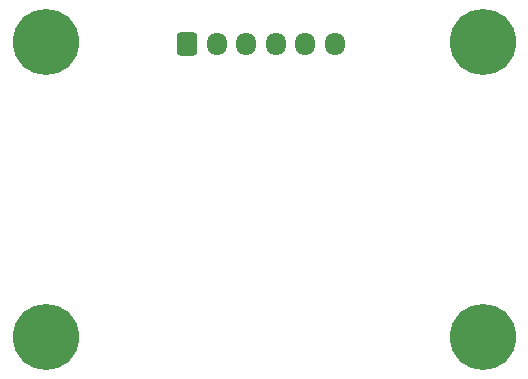
<source format=gbr>
%TF.GenerationSoftware,KiCad,Pcbnew,7.0.1*%
%TF.CreationDate,2023-04-13T11:59:35+02:00*%
%TF.ProjectId,PCBGYRO,50434247-5952-44f2-9e6b-696361645f70,rev?*%
%TF.SameCoordinates,Original*%
%TF.FileFunction,Soldermask,Bot*%
%TF.FilePolarity,Negative*%
%FSLAX46Y46*%
G04 Gerber Fmt 4.6, Leading zero omitted, Abs format (unit mm)*
G04 Created by KiCad (PCBNEW 7.0.1) date 2023-04-13 11:59:35*
%MOMM*%
%LPD*%
G01*
G04 APERTURE LIST*
G04 Aperture macros list*
%AMRoundRect*
0 Rectangle with rounded corners*
0 $1 Rounding radius*
0 $2 $3 $4 $5 $6 $7 $8 $9 X,Y pos of 4 corners*
0 Add a 4 corners polygon primitive as box body*
4,1,4,$2,$3,$4,$5,$6,$7,$8,$9,$2,$3,0*
0 Add four circle primitives for the rounded corners*
1,1,$1+$1,$2,$3*
1,1,$1+$1,$4,$5*
1,1,$1+$1,$6,$7*
1,1,$1+$1,$8,$9*
0 Add four rect primitives between the rounded corners*
20,1,$1+$1,$2,$3,$4,$5,0*
20,1,$1+$1,$4,$5,$6,$7,0*
20,1,$1+$1,$6,$7,$8,$9,0*
20,1,$1+$1,$8,$9,$2,$3,0*%
G04 Aperture macros list end*
%ADD10C,5.600000*%
%ADD11RoundRect,0.250000X-0.600000X-0.725000X0.600000X-0.725000X0.600000X0.725000X-0.600000X0.725000X0*%
%ADD12O,1.700000X1.950000*%
G04 APERTURE END LIST*
D10*
%TO.C,H4*%
X82000000Y-45000000D03*
%TD*%
%TO.C,H2*%
X82000000Y-70000000D03*
%TD*%
%TO.C,H3*%
X45000000Y-45000000D03*
%TD*%
%TO.C,H1*%
X45000000Y-70000000D03*
%TD*%
D11*
%TO.C,J1*%
X56976000Y-45212000D03*
D12*
X59476000Y-45212000D03*
X61976000Y-45212000D03*
X64476000Y-45212000D03*
X66976000Y-45212000D03*
X69476000Y-45212000D03*
%TD*%
M02*

</source>
